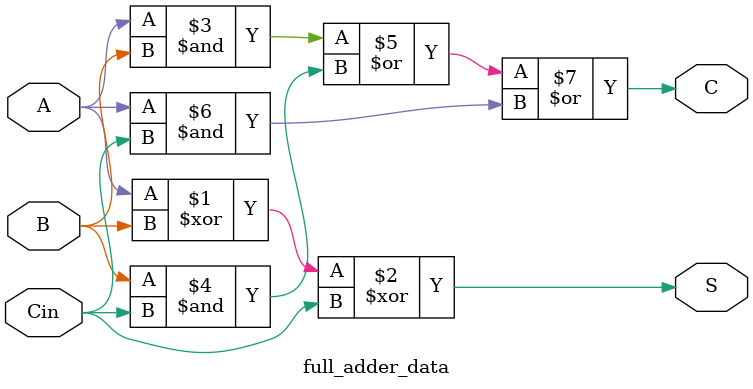
<source format=v>
module full_adder_data(S, C, A, B, Cin);

    input A, B, Cin;
    output S, C;

    assign S = A ^ B ^ Cin;
    assign C = (A & B) | (B & Cin) | (A & Cin);

endmodule

</source>
